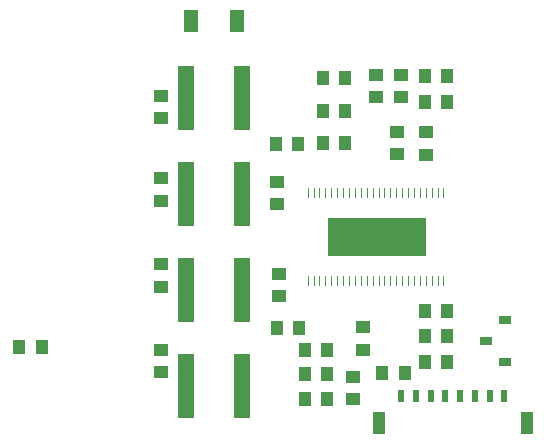
<source format=gbr>
G04 DipTrace 3.3.1.3*
G04 BottomPaste.gbr*
%MOIN*%
G04 #@! TF.FileFunction,Paste,Bot*
G04 #@! TF.Part,Single*
%ADD115R,0.326614X0.129764*%
%ADD117R,0.003189X0.031339*%
%ADD121R,0.041181X0.027402*%
%ADD135R,0.054961X0.216378*%
%ADD141R,0.04315X0.076614*%
%ADD143R,0.023465X0.039213*%
%ADD165R,0.047087X0.074646*%
%ADD169R,0.04315X0.051024*%
%ADD171R,0.051024X0.04315*%
%FSLAX26Y26*%
G04*
G70*
G90*
G75*
G01*
G04 BotPaste*
%LPD*%
D171*
X3937008Y1444882D3*
Y1519685D3*
D169*
X3759843Y1291339D3*
X3834646D3*
X3774144Y600306D3*
X3699341D3*
X3759843Y1397638D3*
X3834646D3*
X3759843Y1507874D3*
X3834646D3*
X3774144Y519980D3*
X3699341D3*
X3773940Y439655D3*
X3699136D3*
X4173228Y649606D3*
X4098425D3*
D171*
X4102362Y1326772D3*
Y1251969D3*
D169*
X4173739Y561626D3*
X4098936D3*
X3956693Y523622D3*
X4031496D3*
D171*
X4006352Y1254068D3*
Y1328871D3*
D169*
X4173228Y1429134D3*
X4098425D3*
X4098731Y732503D3*
X4173534D3*
D171*
X3607243Y1162622D3*
Y1087819D3*
X3893701Y602362D3*
Y677165D3*
X3858268Y437008D3*
Y511811D3*
D169*
X3602362Y1287402D3*
X3677165D3*
D171*
X3613493Y781537D3*
Y856340D3*
D169*
X3605619Y675071D3*
X3680423D3*
D171*
X3220472Y812008D3*
Y886811D3*
Y527559D3*
Y602362D3*
Y1448819D3*
Y1374016D3*
Y1173228D3*
Y1098425D3*
D169*
X2822835Y610236D3*
X2748031D3*
D165*
X3472441Y1696850D3*
X3318903D3*
D143*
X4019685Y448819D3*
X4068898D3*
D141*
X4438976Y358465D3*
X3944882D3*
D143*
X4118110Y448819D3*
X4216535D3*
X4167323D3*
X4314961D3*
X4265748D3*
X4364173D3*
D135*
X3488189Y800428D3*
X3303150D3*
X3488189Y480315D3*
X3303150D3*
X3488189Y1440655D3*
X3303150D3*
X3488189Y1120542D3*
X3303150D3*
D171*
X4019685Y1444882D3*
Y1519685D3*
D169*
X4173228Y1515748D3*
X4098425D3*
D121*
X4366142Y700787D3*
Y562992D3*
X4303150Y631891D3*
D117*
X3711881Y1125118D3*
X3731566D3*
X3751251D3*
X3770936D3*
X3790621D3*
X3810306D3*
X3829991D3*
X3849676D3*
X3869361D3*
X3889046D3*
X3908731D3*
X3928416D3*
X3948101D3*
X3967786D3*
X3987471D3*
X4007156D3*
X4026841D3*
X4046526D3*
X4066211D3*
X4085896D3*
X4105581D3*
X4125266D3*
X4144951D3*
X4164636D3*
Y829843D3*
X4144951D3*
X4125266D3*
X4105581D3*
X4085896D3*
X4066211D3*
X4046526D3*
X4026841D3*
X4007156D3*
X3987471D3*
X3967786D3*
X3948101D3*
X3928416D3*
X3908731D3*
X3889046D3*
X3869361D3*
X3849676D3*
X3829991D3*
X3810306D3*
X3790621D3*
X3770936D3*
X3751251D3*
X3731566D3*
X3711881D3*
D115*
X3938259Y977480D3*
M02*

</source>
